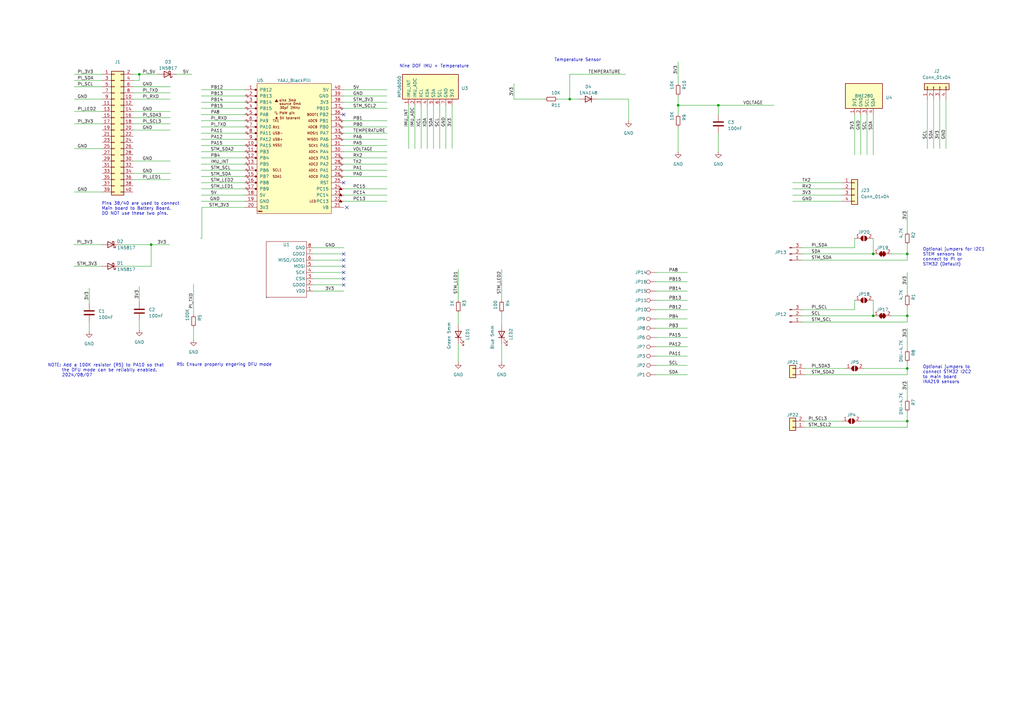
<source format=kicad_sch>
(kicad_sch (version 20230121) (generator eeschema)
  (paper "A3")
  (title_block (title "STEM Board") (date "2023-04-02") (rev "1.0") (company "NTUT"))
  (lib_symbols
    (symbol "AMSAT:CC1101"
      (property "Reference" "U" (at 1.27 1.27 0))
      (symbol "CC1101_1_1"
        (pin power_in line (at 2.54 -19.05 90) (length 2.54) (name "VDD") (number "1"))
        (pin output line (at 5.08 -19.05 90) (length 2.54) (name "GDO0") (number "2"))
        (pin input line (at 7.62 -19.05 90) (length 2.54) (name "CSN") (number "3"))
        (pin input line (at 10.16 -19.05 90) (length 2.54) (name "SCK") (number "4"))
        (pin input line (at 12.7 -19.05 90) (length 2.54) (name "MOSI") (number "5"))
        (pin output line (at 15.24 -19.05 90) (length 2.54) (name "MISO/GDO1") (number "6"))
        (pin output line (at 17.78 -19.05 90) (length 2.54) (name "GDO2") (number "7"))
        (pin power_in line (at 20.32 -19.05 90) (length 2.54) (name "GND") (number "8"))
      )
    )
    (symbol "Connector:Conn_01x03_Pin" (pin_names (offset 1.016) hide)
      (property "Reference" "J" (at 0 5.08 0))
      (property "Value" "Conn_01x03_Pin" (at 0 -5.08 0))
      (symbol "Conn_01x03_Pin_1_1"
        (pin passive line (at 5.08 2.54 180) (length 3.81) (name "Pin_1") (number "1"))
        (pin passive line (at 5.08 0 180) (length 3.81) (name "Pin_2") (number "2"))
        (pin passive line (at 5.08 -2.54 180) (length 3.81) (name "Pin_3") (number "3"))
      )
    )
    (symbol "Connector:TestPoint" (pin_numbers hide) (pin_names (offset 0.762) hide)
      (property "Reference" "TP" (at 0 6.858 0))
      (property "Value" "TestPoint" (at 0 5.08 0))
      (symbol "TestPoint_1_1"
        (pin passive line (at 0 0 90) (length 2.54) (name "1") (number "1"))
      )
    )
    (symbol "Connector_Generic:Conn_01x02" (pin_names (offset 1.016) hide)
      (property "Reference" "J" (at 0 2.54 0))
      (property "Value" "Conn_01x02" (at 0 -5.08 0))
      (symbol "Conn_01x02_1_1"
        (pin passive line (at -5.08 0 0) (length 3.81) (name "Pin_1") (number "1"))
        (pin passive line (at -5.08 -2.54 0) (length 3.81) (name "Pin_2") (number "2"))
      )
    )
    (symbol "Connector_Generic:Conn_01x04" (pin_names (offset 1.016) hide)
      (property "Reference" "J" (at 0 5.08 0))
      (property "Value" "Conn_01x04" (at 0 -7.62 0))
      (symbol "Conn_01x04_1_1"
        (pin passive line (at -5.08 2.54 0) (length 3.81) (name "Pin_1") (number "1"))
        (pin passive line (at -5.08 0 0) (length 3.81) (name "Pin_2") (number "2"))
        (pin passive line (at -5.08 -2.54 0) (length 3.81) (name "Pin_3") (number "3"))
        (pin passive line (at -5.08 -5.08 0) (length 3.81) (name "Pin_4") (number "4"))
      )
    )
    (symbol "Connector_Generic:Conn_02x20_Odd_Even" (pin_names (offset 1.016) hide)
      (property "Reference" "J" (at 1.27 25.4 0))
      (property "Value" "Conn_02x20_Odd_Even" (at 1.27 -27.94 0))
      (symbol "Conn_02x20_Odd_Even_1_1"
        (pin passive line (at -5.08 22.86 0) (length 3.81) (name "Pin_1") (number "1"))
        (pin passive line (at 7.62 12.7 180) (length 3.81) (name "Pin_10") (number "10"))
        (pin passive line (at -5.08 10.16 0) (length 3.81) (name "Pin_11") (number "11"))
        (pin passive line (at 7.62 10.16 180) (length 3.81) (name "Pin_12") (number "12"))
        (pin passive line (at -5.08 7.62 0) (length 3.81) (name "Pin_13") (number "13"))
        (pin passive line (at 7.62 7.62 180) (length 3.81) (name "Pin_14") (number "14"))
        (pin passive line (at -5.08 5.08 0) (length 3.81) (name "Pin_15") (number "15"))
        (pin passive line (at 7.62 5.08 180) (length 3.81) (name "Pin_16") (number "16"))
        (pin passive line (at -5.08 2.54 0) (length 3.81) (name "Pin_17") (number "17"))
        (pin passive line (at 7.62 2.54 180) (length 3.81) (name "Pin_18") (number "18"))
        (pin passive line (at -5.08 0 0) (length 3.81) (name "Pin_19") (number "19"))
        (pin passive line (at 7.62 22.86 180) (length 3.81) (name "Pin_2") (number "2"))
        (pin passive line (at 7.62 0 180) (length 3.81) (name "Pin_20") (number "20"))
        (pin passive line (at -5.08 -2.54 0) (length 3.81) (name "Pin_21") (number "21"))
        (pin passive line (at 7.62 -2.54 180) (length 3.81) (name "Pin_22") (number "22"))
        (pin passive line (at -5.08 -5.08 0) (length 3.81) (name "Pin_23") (number "23"))
        (pin passive line (at 7.62 -5.08 180) (length 3.81) (name "Pin_24") (number "24"))
        (pin passive line (at -5.08 -7.62 0) (length 3.81) (name "Pin_25") (number "25"))
        (pin passive line (at 7.62 -7.62 180) (length 3.81) (name "Pin_26") (number "26"))
        (pin passive line (at -5.08 -10.16 0) (length 3.81) (name "Pin_27") (number "27"))
        (pin passive line (at 7.62 -10.16 180) (length 3.81) (name "Pin_28") (number "28"))
        (pin passive line (at -5.08 -12.7 0) (length 3.81) (name "Pin_29") (number "29"))
        (pin passive line (at -5.08 20.32 0) (length 3.81) (name "Pin_3") (number "3"))
        (pin passive line (at 7.62 -12.7 180) (length 3.81) (name "Pin_30") (number "30"))
        (pin passive line (at -5.08 -15.24 0) (length 3.81) (name "Pin_31") (number "31"))
        (pin passive line (at 7.62 -15.24 180) (length 3.81) (name "Pin_32") (number "32"))
        (pin passive line (at -5.08 -17.78 0) (length 3.81) (name "Pin_33") (number "33"))
        (pin passive line (at 7.62 -17.78 180) (length 3.81) (name "Pin_34") (number "34"))
        (pin passive line (at -5.08 -20.32 0) (length 3.81) (name "Pin_35") (number "35"))
        (pin passive line (at 7.62 -20.32 180) (length 3.81) (name "Pin_36") (number "36"))
        (pin passive line (at -5.08 -22.86 0) (length 3.81) (name "Pin_37") (number "37"))
        (pin passive line (at 7.62 -22.86 180) (length 3.81) (name "Pin_38") (number "38"))
        (pin passive line (at -5.08 -25.4 0) (length 3.81) (name "Pin_39") (number "39"))
        (pin passive line (at 7.62 20.32 180) (length 3.81) (name "Pin_4") (number "4"))
        (pin passive line (at 7.62 -25.4 180) (length 3.81) (name "Pin_40") (number "40"))
        (pin passive line (at -5.08 17.78 0) (length 3.81) (name "Pin_5") (number "5"))
        (pin passive line (at 7.62 17.78 180) (length 3.81) (name "Pin_6") (number "6"))
        (pin passive line (at -5.08 15.24 0) (length 3.81) (name "Pin_7") (number "7"))
        (pin passive line (at 7.62 15.24 180) (length 3.81) (name "Pin_8") (number "8"))
        (pin passive line (at -5.08 12.7 0) (length 3.81) (name "Pin_9") (number "9"))
      )
    )
    (symbol "CubeSatSim_Library:BME280_Module"
      (property "Reference" "U" (at 0 6.35 0))
      (symbol "BME280_Module_1_1"
        (pin power_out line (at -3.81 -7.62 90) (length 2.54) (name "3V3") (number "1"))
        (pin power_in line (at -1.27 -7.62 90) (length 2.54) (name "GND") (number "2"))
        (pin bidirectional line (at 1.27 -7.62 90) (length 2.54) (name "SCL") (number "3"))
        (pin bidirectional line (at 3.81 -7.62 90) (length 2.54) (name "SDA") (number "4"))
      )
    )
    (symbol "CubeSatSim_Library:MPU6050_IMU"
      (property "Reference" "U?" (at -7.62 6.35 0))
      (symbol "MPU6050_IMU_1_1"
        (pin bidirectional line (at -8.89 -7.62 90) (length 2.54) (name "IMU_INT") (number "1"))
        (pin bidirectional line (at -6.35 -7.62 90) (length 2.54) (name "IMU_ADC") (number "2"))
        (pin bidirectional line (at -3.81 -7.62 90) (length 2.54) (name "XCL") (number "3"))
        (pin bidirectional line (at -1.27 -7.62 90) (length 2.54) (name "XDA") (number "4"))
        (pin bidirectional line (at 1.27 -7.62 90) (length 2.54) (name "SDA") (number "5"))
        (pin bidirectional line (at 3.81 -7.62 90) (length 2.54) (name "SCL") (number "6"))
        (pin power_in line (at 6.35 -7.62 90) (length 2.54) (name "GND") (number "7"))
        (pin power_out line (at 8.89 -7.62 90) (length 2.54) (name "3V3") (number "8"))
      )
    )
    (symbol "Device:C" (pin_numbers hide) (pin_names (offset 0.254))
      (property "Reference" "C" (at 0.635 2.54 0))
      (property "Value" "C" (at 0.635 -2.54 0))
      (symbol "C_1_1"
        (pin passive line (at 0 3.81 270) (length 2.794) (name "~") (number "1"))
        (pin passive line (at 0 -3.81 90) (length 2.794) (name "~") (number "2"))
      )
    )
    (symbol "Device:LED" (pin_numbers hide) (pin_names (offset 1.016) hide)
      (property "Reference" "D" (at 0 2.54 0))
      (property "Value" "LED" (at 0 -2.54 0))
      (symbol "LED_1_1"
        (pin passive line (at -3.81 0 0) (length 2.54) (name "K") (number "1"))
        (pin passive line (at 3.81 0 180) (length 2.54) (name "A") (number "2"))
      )
    )
    (symbol "Device:R_Small" (pin_numbers hide) (pin_names (offset 0.254) hide)
      (property "Reference" "R" (at 0.762 0.508 0))
      (property "Value" "R_Small" (at 0.762 -1.016 0))
      (symbol "R_Small_1_1"
        (pin passive line (at 0 2.54 270) (length 0.762) (name "~") (number "1"))
        (pin passive line (at 0 -2.54 90) (length 0.762) (name "~") (number "2"))
      )
    )
    (symbol "Diode:1N4148" (pin_numbers hide) (pin_names hide)
      (property "Reference" "D" (at 0 2.54 0))
      (property "Value" "1N4148" (at 0 -2.54 0))
      (symbol "1N4148_1_1"
        (pin passive line (at -3.81 0 0) (length 2.54) (name "K") (number "1"))
        (pin passive line (at 3.81 0 180) (length 2.54) (name "A") (number "2"))
      )
    )
    (symbol "Diode:1N5817" (pin_numbers hide) (pin_names (offset 1.016) hide)
      (property "Reference" "D" (at 0 2.54 0))
      (property "Value" "1N5817" (at 0 -2.54 0))
      (symbol "1N5817_1_1"
        (pin passive line (at -3.81 0 0) (length 2.54) (name "K") (number "1"))
        (pin passive line (at 3.81 0 180) (length 2.54) (name "A") (number "2"))
      )
    )
    (symbol "Jumper:SolderJumper_2_Bridged" (pin_names (offset 0) hide)
      (property "Reference" "JP" (at 0 2.032 0))
      (property "Value" "SolderJumper_2_Bridged" (at 0 -2.54 0))
      (symbol "SolderJumper_2_Bridged_1_1"
        (pin passive line (at -3.81 0 0) (length 2.54) (name "A") (number "1"))
        (pin passive line (at 3.81 0 180) (length 2.54) (name "B") (number "2"))
      )
    )
    (symbol "Jumper:SolderJumper_2_Open" (pin_names (offset 0) hide)
      (property "Reference" "JP" (at 0 2.032 0))
      (property "Value" "SolderJumper_2_Open" (at 0 -2.54 0))
      (symbol "SolderJumper_2_Open_1_1"
        (pin passive line (at -3.81 0 0) (length 2.54) (name "A") (number "1"))
        (pin passive line (at 3.81 0 180) (length 2.54) (name "B") (number "2"))
      )
    )
    (symbol "YAAJ_BlackPill:YAAJ_BlackPill" (pin_names (offset 1.016))
      (property "Reference" "U" (at -12.7 22.86 0))
      (property "Value" "YAAJ_BlackPill" (at 0 -5.08 90))
      (symbol "YAAJ_BlackPill_0_0"
        (text "30pF 2MHz" (at -1.778 10.414 0) (effects (font (size 0.9906 0.9906))))
        (text "5V tolerant" (at -1.778 6.223 0) (effects (font (size 0.9906 0.9906))))
        (text "ADC0" (at 7.874 -17.78 0) (effects (font (size 0.9906 0.9906))))
        (text "ADC1" (at 7.874 -15.24 0) (effects (font (size 0.9906 0.9906))))
        (text "ADC2" (at 7.874 -12.7 0) (effects (font (size 0.9906 0.9906))))
        (text "ADC3" (at 7.874 -10.287 0) (effects (font (size 0.9906 0.9906))))
        (text "ADC4" (at 7.874 -7.62 0) (effects (font (size 0.9906 0.9906))))
        (text "ADC8" (at 7.62 2.54 0) (effects (font (size 0.9906 0.9906))))
        (text "ADC9" (at 7.62 5.08 0) (effects (font (size 0.9906 0.9906))))
        (text "LED" (at 7.62 -27.94 0) (effects (font (size 0.9906 0.9906))))
        (text "MISO1" (at 7.62 -2.54 0) (effects (font (size 0.9906 0.9906))))
        (text "MOSI1" (at 7.62 0 0) (effects (font (size 0.9906 0.9906))))
        (text "NSS1" (at -6.858 -4.953 0) (effects (font (size 0.9906 0.9906))))
        (text "PWM pin" (at -2.921 8.255 0) (effects (font (size 0.9906 0.9906))))
        (text "RX1" (at -7.366 2.413 0) (effects (font (size 0.9906 0.9906))))
        (text "SCK1" (at 7.874 -5.08 0) (effects (font (size 0.9906 0.9906))))
        (text "SCL1" (at -6.985 -15.113 0) (effects (font (size 0.9906 0.9906))))
        (text "SDA1" (at -6.985 -17.78 0) (effects (font (size 0.9906 0.9906))))
        (text "sink 3mA" (at -2.667 13.462 0) (effects (font (size 0.9906 0.9906))))
        (text "source 0mA" (at -1.651 12.065 0) (effects (font (size 0.9906 0.9906))))
        (text "TX1" (at -7.493 5.08 0) (effects (font (size 0.9906 0.9906))))
        (text "USB+" (at -6.731 -2.54 0) (effects (font (size 0.9906 0.9906))))
        (text "USB-" (at -6.731 0 0) (effects (font (size 0.9906 0.9906))))
      )
      (symbol "YAAJ_BlackPill_1_0"
        (text "BOOT1" (at 7.62 7.62 0) (effects (font (size 0.9906 0.9906))))
        (text "Y@@J" (at -13.97 -31.75 0) (effects (font (size 0.508 0.508)) (justify top)))
      )
      (symbol "YAAJ_BlackPill_1_1"
        (pin bidirectional line (at -20.32 17.78 0) (length 5.08) (name "PB12") (number "1"))
        (pin bidirectional line (at -20.32 -5.08 0) (length 5.08) (name "PA15") (number "10"))
        (pin bidirectional line (at -20.32 -7.62 0) (length 5.08) (name "PB3") (number "11"))
        (pin bidirectional line (at -20.32 -10.16 0) (length 5.08) (name "PB4") (number "12"))
        (pin bidirectional line (at -20.32 -12.7 0) (length 5.08) (name "PB5") (number "13"))
        (pin bidirectional line (at -20.32 -15.24 0) (length 5.08) (name "PB6") (number "14"))
        (pin bidirectional line (at -20.32 -17.78 0) (length 5.08) (name "PB7") (number "15"))
        (pin bidirectional line (at -20.32 -20.32 0) (length 5.08) (name "PB8") (number "16"))
        (pin bidirectional line (at -20.32 -22.86 0) (length 5.08) (name "PB9") (number "17"))
        (pin power_in line (at -20.32 -25.4 0) (length 5.08) (name "5V") (number "18"))
        (pin power_in line (at -20.32 -27.94 0) (length 5.08) (name "GND") (number "19"))
        (pin bidirectional line (at -20.32 15.24 0) (length 5.08) (name "PB13") (number "2"))
        (pin power_in line (at -20.32 -30.48 0) (length 5.08) (name "3V3") (number "20"))
        (pin power_in line (at 20.32 -30.48 180) (length 5.08) (name "VB") (number "21"))
        (pin bidirectional line (at 20.32 -27.94 180) (length 5.08) (name "PC13") (number "22"))
        (pin bidirectional line (at 20.32 -25.4 180) (length 5.08) (name "PC14") (number "23"))
        (pin bidirectional line (at 20.32 -22.86 180) (length 5.08) (name "PC15") (number "24"))
        (pin input line (at 20.32 -20.32 180) (length 5.08) (name "RST") (number "25"))
        (pin bidirectional line (at 20.32 -17.78 180) (length 5.08) (name "PA0") (number "26"))
        (pin bidirectional line (at 20.32 -15.24 180) (length 5.08) (name "PA1") (number "27"))
        (pin bidirectional line (at 20.32 -12.7 180) (length 5.08) (name "PA2") (number "28"))
        (pin bidirectional line (at 20.32 -10.16 180) (length 5.08) (name "PA3") (number "29"))
        (pin bidirectional line (at -20.32 12.7 0) (length 5.08) (name "PB14") (number "3"))
        (pin bidirectional line (at 20.32 -7.62 180) (length 5.08) (name "PA4") (number "30"))
        (pin bidirectional line (at 20.32 -5.08 180) (length 5.08) (name "PA5") (number "31"))
        (pin bidirectional line (at 20.32 -2.54 180) (length 5.08) (name "PA6") (number "32"))
        (pin bidirectional line (at 20.32 0 180) (length 5.08) (name "PA7") (number "33"))
        (pin bidirectional line (at 20.32 2.54 180) (length 5.08) (name "PB0") (number "34"))
        (pin bidirectional line (at 20.32 5.08 180) (length 5.08) (name "PB1") (number "35"))
        (pin bidirectional line (at 20.32 7.62 180) (length 5.08) (name "PB2") (number "36"))
        (pin bidirectional line (at 20.32 10.16 180) (length 5.08) (name "PB10") (number "37"))
        (pin power_in line (at 20.32 12.7 180) (length 5.08) (name "3V3") (number "38"))
        (pin power_in line (at 20.32 15.24 180) (length 5.08) (name "GND") (number "39"))
        (pin bidirectional line (at -20.32 10.16 0) (length 5.08) (name "PB15") (number "4"))
        (pin power_in line (at 20.32 17.78 180) (length 5.08) (name "5V") (number "40"))
        (pin bidirectional line (at -20.32 7.62 0) (length 5.08) (name "PA8") (number "5"))
        (pin bidirectional line (at -20.32 5.08 0) (length 5.08) (name "PA9") (number "6"))
        (pin bidirectional line (at -20.32 2.54 0) (length 5.08) (name "PA10") (number "7"))
        (pin bidirectional line (at -20.32 0 0) (length 5.08) (name "PA11") (number "8"))
        (pin bidirectional line (at -20.32 -2.54 0) (length 5.08) (name "PA12") (number "9"))
      )
    )
    (symbol "power:GND" (power) (pin_names (offset 0))
      (property "Value" "GND" (at 0 -3.81 0))
      (symbol "GND_1_1"
        (pin power_in line (at 0 0 270) (length 0) hide (name "GND") (number "1"))
      )
    )
  )
  (junction (at 372.11 129.54))
  (junction (at 294.64 43.18))
  (junction (at 358.14 104.14))
  (junction (at 372.11 172.72))
  (junction (at 372.11 151.13))
  (junction (at 278.13 43.18))
  (junction (at 372.11 104.14))
  (junction (at 57.15 30.48))
  (junction (at 233.68 40.64))
  (junction (at 358.14 129.54))
  (junction (at 61.976 100.33))
  (no_connect (at 140.97 116.84))
  (no_connect (at 140.97 109.22))
  (no_connect (at 140.97 111.76))
  (no_connect (at 140.97 106.68))
  (no_connect (at 142.24 85.09))
  (no_connect (at 140.97 74.93))
  (no_connect (at 140.97 104.14))
  (no_connect (at 140.97 46.99))
  (no_connect (at 140.97 114.3))
  (wire (pts (xy 269.24 149.86) (xy 281.94 149.86)))
  (wire (pts (xy 372.11 125.73) (xy 372.11 129.54)))
  (wire (pts (xy 54.61 53.34) (xy 69.85 53.34)))
  (wire (pts (xy 372.11 100.33) (xy 372.11 104.14)))
  (wire (pts (xy 372.11 132.08) (xy 372.11 129.54)))
  (wire (pts (xy 54.61 38.1) (xy 69.85 38.1)))
  (wire (pts (xy 233.68 40.64) (xy 233.68 30.48)))
  (wire (pts (xy 358.14 46.99) (xy 358.14 63.5)))
  (wire (pts (xy 128.27 104.14) (xy 140.97 104.14)))
  (wire (pts (xy 269.24 134.62) (xy 281.94 134.62)))
  (wire (pts (xy 54.61 73.66) (xy 69.85 73.66)))
  (wire (pts (xy 269.24 119.38) (xy 281.94 119.38)))
  (wire (pts (xy 30.48 50.8) (xy 41.91 50.8)))
  (wire (pts (xy 54.61 33.02) (xy 57.15 33.02)))
  (wire (pts (xy 205.74 140.97) (xy 205.74 148.59)))
  (wire (pts (xy 140.97 72.39) (xy 158.75 72.39)))
  (wire (pts (xy 82.804 97.79) (xy 82.804 85.09)))
  (wire (pts (xy 294.64 54.61) (xy 294.64 62.23)))
  (wire (pts (xy 36.576 132.08) (xy 36.576 135.89)))
  (wire (pts (xy 330.2 151.13) (xy 346.71 151.13)))
  (wire (pts (xy 82.55 52.07) (xy 100.33 52.07)))
  (wire (pts (xy 82.296 97.79) (xy 82.804 97.79)))
  (wire (pts (xy 140.97 69.85) (xy 158.75 69.85)))
  (wire (pts (xy 245.11 40.64) (xy 257.81 40.64)))
  (wire (pts (xy 233.68 40.64) (xy 237.49 40.64)))
  (wire (pts (xy 128.27 101.6) (xy 140.97 101.6)))
  (wire (pts (xy 325.12 80.01) (xy 345.44 80.01)))
  (wire (pts (xy 223.52 40.64) (xy 210.82 40.64)))
  (wire (pts (xy 328.93 101.6) (xy 350.52 101.6)))
  (wire (pts (xy 354.33 151.13) (xy 372.11 151.13)))
  (wire (pts (xy 269.24 115.57) (xy 281.94 115.57)))
  (wire (pts (xy 372.11 86.36) (xy 372.11 95.25)))
  (wire (pts (xy 358.14 123.19) (xy 358.14 129.54)))
  (wire (pts (xy 382.905 60.96) (xy 382.905 40.64)))
  (wire (pts (xy 82.55 36.83) (xy 100.33 36.83)))
  (wire (pts (xy 269.24 146.05) (xy 281.94 146.05)))
  (wire (pts (xy 140.97 80.01) (xy 158.75 80.01)))
  (wire (pts (xy 269.24 142.24) (xy 281.94 142.24)))
  (wire (pts (xy 175.26 43.18) (xy 175.26 60.96)))
  (wire (pts (xy 140.97 54.61) (xy 158.75 54.61)))
  (wire (pts (xy 140.97 77.47) (xy 158.75 77.47)))
  (wire (pts (xy 82.55 72.39) (xy 100.33 72.39)))
  (wire (pts (xy 278.13 52.07) (xy 278.13 62.23)))
  (wire (pts (xy 54.61 71.12) (xy 69.85 71.12)))
  (wire (pts (xy 79.375 134.239) (xy 79.375 139.319)))
  (wire (pts (xy 328.93 127) (xy 350.52 127)))
  (wire (pts (xy 269.24 127) (xy 281.94 127)))
  (wire (pts (xy 54.61 48.26) (xy 69.85 48.26)))
  (wire (pts (xy 177.8 43.18) (xy 177.8 60.96)))
  (wire (pts (xy 140.97 67.31) (xy 158.75 67.31)))
  (wire (pts (xy 140.97 39.37) (xy 158.75 39.37)))
  (wire (pts (xy 128.27 116.84) (xy 140.97 116.84)))
  (wire (pts (xy 182.88 43.18) (xy 182.88 60.96)))
  (wire (pts (xy 353.06 172.72) (xy 372.11 172.72)))
  (wire (pts (xy 82.55 39.37) (xy 100.33 39.37)))
  (wire (pts (xy 294.64 46.99) (xy 294.64 43.18)))
  (wire (pts (xy 140.97 64.77) (xy 158.75 64.77)))
  (wire (pts (xy 380.365 60.96) (xy 380.365 40.64)))
  (wire (pts (xy 128.27 119.38) (xy 140.97 119.38)))
  (wire (pts (xy 365.76 104.14) (xy 372.11 104.14)))
  (wire (pts (xy 30.48 33.02) (xy 41.91 33.02)))
  (wire (pts (xy 82.55 46.99) (xy 100.33 46.99)))
  (wire (pts (xy 372.11 148.59) (xy 372.11 151.13)))
  (wire (pts (xy 372.11 175.26) (xy 372.11 172.72)))
  (wire (pts (xy 128.27 106.68) (xy 140.97 106.68)))
  (wire (pts (xy 82.55 80.01) (xy 100.33 80.01)))
  (wire (pts (xy 82.55 54.61) (xy 100.33 54.61)))
  (wire (pts (xy 82.55 77.47) (xy 100.33 77.47)))
  (wire (pts (xy 79.375 116.459) (xy 79.375 129.159)))
  (wire (pts (xy 140.97 52.07) (xy 158.75 52.07)))
  (wire (pts (xy 372.11 172.72) (xy 372.11 168.91)))
  (wire (pts (xy 353.06 46.99) (xy 353.06 63.5)))
  (wire (pts (xy 49.276 109.22) (xy 61.976 109.22)))
  (wire (pts (xy 82.55 67.31) (xy 100.33 67.31)))
  (wire (pts (xy 30.48 35.56) (xy 41.91 35.56)))
  (wire (pts (xy 140.97 44.45) (xy 158.75 44.45)))
  (wire (pts (xy 372.11 153.67) (xy 372.11 151.13)))
  (wire (pts (xy 330.2 153.67) (xy 372.11 153.67)))
  (wire (pts (xy 61.976 100.33) (xy 69.596 100.33)))
  (wire (pts (xy 294.64 43.18) (xy 317.5 43.18)))
  (wire (pts (xy 325.12 74.93) (xy 345.44 74.93)))
  (wire (pts (xy 140.97 36.83) (xy 158.75 36.83)))
  (wire (pts (xy 330.2 175.26) (xy 372.11 175.26)))
  (wire (pts (xy 30.48 30.48) (xy 41.91 30.48)))
  (wire (pts (xy 82.55 69.85) (xy 100.33 69.85)))
  (wire (pts (xy 140.97 41.91) (xy 158.75 41.91)))
  (wire (pts (xy 54.61 40.64) (xy 69.85 40.64)))
  (wire (pts (xy 30.226 109.22) (xy 41.656 109.22)))
  (wire (pts (xy 385.445 60.96) (xy 385.445 40.64)))
  (wire (pts (xy 328.93 132.08) (xy 372.11 132.08)))
  (wire (pts (xy 350.52 97.79) (xy 350.52 101.6)))
  (wire (pts (xy 269.24 130.81) (xy 281.94 130.81)))
  (wire (pts (xy 187.96 128.27) (xy 187.96 133.35)))
  (wire (pts (xy 36.576 118.11) (xy 36.576 124.46)))
  (wire (pts (xy 350.52 46.99) (xy 350.52 63.5)))
  (wire (pts (xy 205.74 128.27) (xy 205.74 133.35)))
  (wire (pts (xy 54.61 50.8) (xy 69.85 50.8)))
  (wire (pts (xy 372.11 106.68) (xy 372.11 104.14)))
  (wire (pts (xy 328.93 106.68) (xy 372.11 106.68)))
  (wire (pts (xy 82.55 49.53) (xy 100.33 49.53)))
  (wire (pts (xy 372.11 111.76) (xy 372.11 120.65)))
  (wire (pts (xy 82.55 57.15) (xy 100.33 57.15)))
  (wire (pts (xy 128.27 111.76) (xy 140.97 111.76)))
  (wire (pts (xy 187.96 110.49) (xy 187.96 123.19)))
  (wire (pts (xy 372.11 156.21) (xy 372.11 163.83)))
  (wire (pts (xy 278.13 43.18) (xy 278.13 46.99)))
  (wire (pts (xy 228.6 40.64) (xy 233.68 40.64)))
  (wire (pts (xy 82.55 62.23) (xy 100.33 62.23)))
  (wire (pts (xy 30.48 60.96) (xy 41.91 60.96)))
  (wire (pts (xy 355.6 46.99) (xy 355.6 63.5)))
  (wire (pts (xy 187.96 140.97) (xy 187.96 148.59)))
  (wire (pts (xy 325.12 77.47) (xy 345.44 77.47)))
  (wire (pts (xy 180.34 43.18) (xy 180.34 60.96)))
  (wire (pts (xy 269.24 123.19) (xy 281.94 123.19)))
  (wire (pts (xy 54.61 35.56) (xy 69.85 35.56)))
  (wire (pts (xy 30.48 45.72) (xy 41.91 45.72)))
  (wire (pts (xy 294.64 43.18) (xy 278.13 43.18)))
  (wire (pts (xy 278.13 39.37) (xy 278.13 43.18)))
  (wire (pts (xy 57.15 30.48) (xy 57.15 33.02)))
  (wire (pts (xy 210.82 34.29) (xy 210.82 40.64)))
  (wire (pts (xy 140.97 62.23) (xy 158.75 62.23)))
  (wire (pts (xy 61.976 109.22) (xy 61.976 100.33)))
  (wire (pts (xy 54.61 66.04) (xy 69.85 66.04)))
  (wire (pts (xy 205.74 110.49) (xy 205.74 123.19)))
  (wire (pts (xy 278.13 25.4) (xy 278.13 34.29)))
  (wire (pts (xy 82.55 41.91) (xy 100.33 41.91)))
  (wire (pts (xy 49.276 100.33) (xy 61.976 100.33)))
  (wire (pts (xy 328.93 104.14) (xy 358.14 104.14)))
  (wire (pts (xy 269.24 111.76) (xy 281.94 111.76)))
  (wire (pts (xy 172.72 43.18) (xy 172.72 60.96)))
  (wire (pts (xy 57.15 131.445) (xy 57.15 135.255)))
  (wire (pts (xy 140.97 57.15) (xy 158.75 57.15)))
  (wire (pts (xy 54.61 30.48) (xy 57.15 30.48)))
  (wire (pts (xy 30.48 40.64) (xy 41.91 40.64)))
  (wire (pts (xy 269.24 153.67) (xy 281.94 153.67)))
  (wire (pts (xy 330.2 172.72) (xy 345.44 172.72)))
  (wire (pts (xy 365.76 129.54) (xy 372.11 129.54)))
  (wire (pts (xy 185.42 43.18) (xy 185.42 60.96)))
  (wire (pts (xy 82.55 59.69) (xy 100.33 59.69)))
  (wire (pts (xy 82.55 82.55) (xy 100.33 82.55)))
  (wire (pts (xy 128.27 109.22) (xy 140.97 109.22)))
  (wire (pts (xy 358.14 97.79) (xy 358.14 104.14)))
  (wire (pts (xy 140.97 82.55) (xy 158.75 82.55)))
  (wire (pts (xy 57.15 30.48) (xy 64.77 30.48)))
  (wire (pts (xy 350.52 123.19) (xy 350.52 127)))
  (wire (pts (xy 82.55 44.45) (xy 100.33 44.45)))
  (wire (pts (xy 57.15 117.475) (xy 57.15 123.825)))
  (wire (pts (xy 140.97 59.69) (xy 158.75 59.69)))
  (wire (pts (xy 328.93 129.54) (xy 358.14 129.54)))
  (wire (pts (xy 72.39 30.48) (xy 78.74 30.48)))
  (wire (pts (xy 170.18 43.18) (xy 170.18 60.96)))
  (wire (pts (xy 30.226 100.33) (xy 41.656 100.33)))
  (wire (pts (xy 82.804 85.09) (xy 100.33 85.09)))
  (wire (pts (xy 140.97 49.53) (xy 158.75 49.53)))
  (wire (pts (xy 82.55 74.93) (xy 100.33 74.93)))
  (wire (pts (xy 387.985 60.96) (xy 387.985 40.64)))
  (wire (pts (xy 54.61 45.72) (xy 69.85 45.72)))
  (wire (pts (xy 325.12 82.55) (xy 345.44 82.55)))
  (wire (pts (xy 233.68 30.48) (xy 256.54 30.48)))
  (wire (pts (xy 128.27 114.3) (xy 140.97 114.3)))
  (wire (pts (xy 269.24 138.43) (xy 281.94 138.43)))
  (wire (pts (xy 167.64 43.18) (xy 167.64 60.96)))
  (wire (pts (xy 257.81 40.64) (xy 257.81 49.53)))
  (wire (pts (xy 82.55 64.77) (xy 100.33 64.77)))
  (wire (pts (xy 372.11 134.62) (xy 372.11 143.51)))
  (wire (pts (xy 30.48 78.74) (xy 41.91 78.74)))
  (text "Temperature Sensor" (at 227.33 25.4 0) (effects (font (size 1.27 1.27)) (justify left bottom)))
  (text "Pins 38/40 are used to connect\nMain board to Battery Board.\nDO NOT use these two pins.\n" (at 41.656 88.392 0) (effects (font (size 1.27 1.27)) (justify left bottom)))
  (text "Optional jumpers to\nconnect STM32 I2C2\nto main board \nINA219 sensors" (at 378.46 157.48 0) (effects (font (size 1.27 1.27)) (justify left bottom)))
  (text "Optional jumpers for I2C1\nSTEM sensors to\nconnect to Pi or\nSTM32 (Default)" (at 378.46 109.22 0) (effects (font (size 1.27 1.27)) (justify left bottom)))
  (text "R5: Ensure properly engering DFU mode" (at 111.506 150.368 0) (effects (font (size 1.27 1.27)) (justify right bottom)))
  (text "NOTE: Add a 100K resistor (R5) to PA10 so that \n      the DFU mode can be reliabily enabled.\n      2024/08/07" (at 19.558 154.686 0) (effects (font (size 1.27 1.27)) (justify left bottom)))
  (text "Nine DOF IMU + Temperature" (at 163.83 27.94 0) (effects (font (size 1.27 1.27)) (justify left bottom)))
  (label "PA11" (at 274.32 146.05 0))
  (label "PB4" (at 86.36 64.77 0))
  (label "PB12" (at 86.36 36.83 0))
  (label "TEMPERATURE" (at 144.78 54.61 0))
  (label "STM_LED2" (at 205.74 120.65 90))
  (label "PA0" (at 144.78 72.39 0))
  (label "GND" (at 387.985 57.15 90))
  (label "5V" (at 147.32 36.83 180))
  (label "STM_SCL" (at 86.36 69.85 0))
  (label "5V" (at 88.9 80.01 180))
  (label "PI_3V3" (at 31.496 100.33 0))
  (label "PI_5V" (at 58.42 30.48 0))
  (label "PB15" (at 86.36 44.45 0))
  (label "SDA" (at 177.8 52.07 90))
  (label "GND" (at 328.93 82.55 0))
  (label "PI_3V3" (at 31.75 50.8 0))
  (label "PA1" (at 144.78 69.85 0))
  (label "3V3" (at 278.13 30.48 90))
  (label "TEMPERATURE" (at 241.3 30.48 0))
  (label "STM_SCL2" (at 144.78 44.45 0))
  (label "PB13" (at 86.36 39.37 0))
  (label "SCL" (at 274.32 149.86 0))
  (label "GND" (at 182.88 52.07 90))
  (label "SCL" (at 355.6 53.34 90))
  (label "PA12" (at 86.36 57.15 0))
  (label "PI_TXD" (at 86.36 52.07 0))
  (label "GND" (at 58.42 53.34 0))
  (label "STM_LED1" (at 86.36 77.47 0))
  (label "PA6" (at 144.78 57.15 0))
  (label "STM_SCL" (at 332.74 132.08 0))
  (label "PI_SDA3" (at 332.74 151.13 0))
  (label "PI_RXD" (at 58.42 40.64 0))
  (label "SDA" (at 274.32 153.67 0))
  (label "3V3" (at 57.15 122.555 90))
  (label "STM_SDA" (at 332.74 106.68 0))
  (label "3V3" (at 372.11 160.02 90))
  (label "3V3" (at 385.445 57.15 90))
  (label "IMU_INT" (at 167.64 52.07 90))
  (label "3V3" (at 372.11 138.43 90))
  (label "3V3" (at 372.11 90.17 90))
  (label "PA8" (at 274.32 111.76 0))
  (label "PI_SCL3" (at 331.47 172.72 0))
  (label "RX2" (at 144.78 64.77 0))
  (label "STM_3V3" (at 31.496 109.22 0))
  (label "PI_SCL" (at 332.74 127 0))
  (label "PC13" (at 144.78 82.55 0))
  (label "PA15" (at 274.32 138.43 0))
  (label "SCL" (at 180.34 52.07 90))
  (label "PB0" (at 144.78 52.07 0))
  (label "VOLTAGE" (at 144.78 62.23 0))
  (label "STM_SDA2" (at 86.36 62.23 0))
  (label "IMU_INT" (at 86.36 67.31 0))
  (label "GND" (at 353.06 53.34 90))
  (label "3V3" (at 36.576 123.19 90))
  (label "STM_3V3" (at 144.78 41.91 0))
  (label "XCL" (at 172.72 52.07 90))
  (label "3V3" (at 133.35 119.38 0))
  (label "STM_SDA2" (at 332.74 153.67 0))
  (label "PA8" (at 86.36 46.99 0))
  (label "GND" (at 133.35 101.6 0))
  (label "PB13" (at 274.32 123.19 0))
  (label "PI_SCL" (at 31.75 35.56 0))
  (label "PI_3V3" (at 31.75 30.48 0))
  (label "GND" (at 31.75 40.64 0))
  (label "PI_TXD" (at 79.375 126.619 90))
  (label "GND" (at 144.78 39.37 0))
  (label "TX2" (at 144.78 67.31 0))
  (label "PB1" (at 144.78 49.53 0))
  (label "PI_LED2" (at 31.75 45.72 0))
  (label "PA5" (at 144.78 59.69 0))
  (label "RX2" (at 328.93 77.47 0))
  (label "STM_LED1" (at 187.96 120.65 90))
  (label "VOLTAGE" (at 304.8 43.18 0))
  (label "SDA" (at 332.74 104.14 0))
  (label "PA15" (at 86.36 59.69 0))
  (label "XDA" (at 175.26 52.07 90))
  (label "PC15" (at 144.78 77.47 0))
  (label "PB15" (at 274.32 115.57 0))
  (label "STM_SCL2" (at 331.47 175.26 0))
  (label "3V3" (at 185.42 52.07 90))
  (label "PB14" (at 274.32 119.38 0))
  (label "3V3" (at 210.82 39.37 90))
  (label "GND" (at 58.42 71.12 0))
  (label "PI_SDA" (at 332.74 101.6 0))
  (label "STM_SDA" (at 86.36 72.39 0))
  (label "GND" (at 90.17 82.55 180))
  (label "SCL" (at 380.365 57.15 90))
  (label "SDA" (at 358.14 53.34 90))
  (label "PI_LED1" (at 58.42 73.66 0))
  (label "SCL" (at 332.74 129.54 0))
  (label "PI_SDA3" (at 58.42 48.26 0))
  (label "GND" (at 31.75 78.74 0))
  (label "3V3" (at 64.516 100.33 0))
  (label "PI_SCL3" (at 58.42 50.8 0))
  (label "5V" (at 74.93 30.48 0))
  (label "PC14" (at 144.78 80.01 0))
  (label "PB14" (at 86.36 41.91 0))
  (label "PA11" (at 86.36 54.61 0))
  (label "PB3" (at 274.32 134.62 0))
  (label "PI_TXD" (at 58.42 38.1 0))
  (label "3V3" (at 350.52 53.34 90))
  (label "GND" (at 58.42 66.04 0))
  (label "SDA" (at 382.905 57.15 90))
  (label "PB12" (at 274.32 127 0))
  (label "PA12" (at 274.32 142.24 0))
  (label "PB4" (at 274.32 130.81 0))
  (label "GND" (at 58.42 35.56 0))
  (label "STM_3V3" (at 93.98 85.09 180))
  (label "GND" (at 31.75 60.96 0))
  (label "PI_SDA" (at 31.75 33.02 0))
  (label "IMU_ADC" (at 170.18 52.07 90))
  (label "3V3" (at 372.11 116.84 90))
  (label "PI_RXD" (at 86.36 49.53 0))
  (label "STM_LED2" (at 86.36 74.93 0))
  (label "TX2" (at 328.93 74.93 0))
  (label "3V3" (at 328.93 80.01 0))
  (label "GND" (at 58.42 45.72 0))
  (symbol (lib_id "Connector_Generic:Conn_01x02") (at 325.12 175.26 180) (unit 1)
    (property "Reference" "JP22" (at 325.12 170.18 0))
    (property "Value" "Conn_01x02" (effects hide))
    (property "Footprint" "Connector_PinHeader_2.54mm:PinHeader_1x02_P2.54mm_Vertical" (effects hide))
  )
  (symbol (lib_id "Jumper:SolderJumper_2_Open") (at 350.52 151.13 0) (unit 1)
    (property "Reference" "JP5" (at 350.52 148.59 0))
    (property "Value" "SolderJumper_2_Open" (effects hide))
    (property "Footprint" "Jumper:SolderJumper-2_P1.3mm_Open_Pad1.0x1.5mm" (effects hide))
  )
  (symbol (lib_id "Diode:1N5817") (at 45.466 100.33 180) (unit 1)
    (property "Reference" "D2" (at 49.276 99.06 0))
    (property "Value" "1N5817" (at 51.816 101.6 0))
    (property "Footprint" "Library:1N5817_TH_100mil" (effects hide))
    (property "Datasheet" "http://www.vishay.com/docs/88525/1n5817.pdf" (effects hide))
  )
  (symbol (lib_id "Connector:Conn_01x03_Pin") (at 323.85 104.14 0) (mirror x) (unit 1)
    (property "Reference" "JP13" (at 322.58 103.505 0) (effects (justify right)))
    (property "Value" "Conn_01x03_Pin" (effects hide))
    (property "Footprint" "Connector_PinHeader_2.54mm:PinHeader_1x03_P2.54mm_Vertical" (effects hide))
  )
  (symbol (lib_id "Connector_Generic:Conn_01x04") (at 350.52 77.47 0) (unit 1)
    (property "Reference" "J23" (at 353.06 78.105 0) (effects (justify left)))
    (property "Value" "Conn_01x04" (at 353.06 80.645 0) (effects (justify left)))
    (property "Footprint" "Connector_PinHeader_2.54mm:PinHeader_1x04_P2.54mm_Vertical" (effects hide))
  )
  (symbol (lib_id "power:GND") (at 257.81 49.53 0) (unit 1)
    (property "Reference" "#PWR08" (effects hide))
    (property "Value" "GND" (at 257.81 54.61 0))
  )
  (symbol (lib_id "CubeSatSim_Library:BME280_Module") (at 354.33 39.37 0) (unit 1)
    (property "Reference" "U4" (at 363.22 40.005 0) (effects (justify left)))
    (property "Value" "BME280" (at 354.33 39.37 0))
    (property "Footprint" "Library:BME280_Module" (effects hide))
  )
  (symbol (lib_id "Jumper:SolderJumper_2_Bridged") (at 361.95 104.14 0) (unit 1)
    (property "Reference" "JP19" (at 361.95 101.6 0))
    (property "Value" "SolderJumper_2_Bridged" (effects hide))
    (property "Footprint" "Jumper:SolderJumper-2_P1.3mm_Bridged_Pad1.0x1.5mm" (effects hide))
  )
  (symbol (lib_id "Device:R_Small") (at 205.74 125.73 0) (unit 1)
    (property "Reference" "R4" (at 208.28 125.73 90) (effects (justify left)))
    (property "Value" "100" (at 203.2 127 90) (effects (justify left)))
    (property "Footprint" "Library:R_TH_V_2.54" (effects hide))
  )
  (symbol (lib_id "Connector:TestPoint") (at 269.24 149.86 90) (unit 1)
    (property "Reference" "JP2" (at 262.89 149.86 90))
    (property "Value" "TestPoint" (effects hide))
    (property "Footprint" "Library:Test_Point_Vertical_S" (effects hide))
  )
  (symbol (lib_id "Device:R_Small") (at 79.375 131.699 0) (unit 1)
    (property "Reference" "R5" (at 81.915 131.699 90) (effects (justify left)))
    (property "Value" "100K" (at 76.835 131.699 90) (effects (justify left)))
    (property "Footprint" "Library:R_TH_V_2.54" (effects hide))
  )
  (symbol (lib_id "Device:R_Small") (at 372.11 97.79 0) (unit 1)
    (property "Reference" "R2" (at 374.65 97.79 90) (effects (justify left)))
    (property "Value" "4.7K" (at 369.57 97.79 90) (effects (justify left)))
    (property "Footprint" "Library:R_TH_V_2.54" (effects hide))
  )
  (symbol (lib_id "Connector:TestPoint") (at 269.24 123.19 90) (unit 1)
    (property "Reference" "JP11" (at 262.89 123.19 90))
    (property "Value" "TestPoint" (effects hide))
    (property "Footprint" "Library:Test_Point_Vertical_S" (effects hide))
  )
  (symbol (lib_id "YAAJ_BlackPill:YAAJ_BlackPill") (at 120.65 54.61 0) (unit 1)
    (property "Reference" "U5" (at 106.68 33.02 0))
    (property "Value" "YAAJ_BlackPill" (at 120.65 33.02 0))
    (property "Footprint" "YAAJ_Black_Pill:YAAJ_BlackPill_2" (effects hide))
  )
  (symbol (lib_id "Device:C") (at 57.15 127.635 0) (unit 1)
    (property "Reference" "C2" (at 60.96 127 0) (effects (justify left)))
    (property "Value" "100nF" (at 60.96 129.54 0) (effects (justify left)))
    (property "Footprint" "Library:AMSAT_C_TH_5.08" (effects hide))
  )
  (symbol (lib_id "Connector:TestPoint") (at 269.24 130.81 90) (unit 1)
    (property "Reference" "JP9" (at 262.89 130.81 90))
    (property "Value" "TestPoint" (effects hide))
    (property "Footprint" "Library:Test_Point_Vertical_S" (effects hide))
  )
  (symbol (lib_id "Connector_Generic:Conn_02x20_Odd_Even") (at 46.99 53.34 0) (unit 1)
    (property "Reference" "J1" (at 48.26 25.4 0))
    (property "Value" "Conn_02x20_Odd_Even" (effects hide))
    (property "Footprint" "Connector_PinHeader_2.54mm:PinHeader_2x20_P2.54mm_Vertical" (effects hide))
  )
  (symbol (lib_id "Connector:TestPoint") (at 269.24 111.76 90) (unit 1)
    (property "Reference" "JP14" (at 262.89 111.76 90))
    (property "Value" "TestPoint" (effects hide))
    (property "Footprint" "Library:Test_Point_Vertical_S" (effects hide))
  )
  (symbol (lib_id "Connector:TestPoint") (at 269.24 146.05 90) (unit 1)
    (property "Reference" "JP3" (at 262.89 146.05 90))
    (property "Value" "TestPoint" (effects hide))
    (property "Footprint" "Library:Test_Point_Vertical_S" (effects hide))
  )
  (symbol (lib_id "CubeSatSim_Library:MPU6050_IMU") (at 176.53 35.56 0) (unit 1)
    (property "Reference" "U3" (at 189.23 36.195 0) (effects (justify left)))
    (property "Value" "MPU6050" (at 163.83 35.56 90))
    (property "Footprint" "Library:MPU6050_IMU_Module" (effects hide))
  )
  (symbol (lib_id "Device:R_Small") (at 372.11 166.37 0) (unit 1)
    (property "Reference" "R7" (at 374.65 166.37 90) (effects (justify left)))
    (property "Value" "DNI-4.7K" (at 369.57 170.18 90) (effects (justify left)))
    (property "Footprint" "Library:R_TH_V_2.54" (effects hide))
  )
  (symbol (lib_id "Connector:Conn_01x03_Pin") (at 323.85 129.54 0) (mirror x) (unit 1)
    (property "Reference" "JP12" (at 322.58 128.905 0) (effects (justify right)))
    (property "Value" "Conn_01x03_Pin" (effects hide))
    (property "Footprint" "Connector_PinHeader_2.54mm:PinHeader_1x03_P2.54mm_Vertical" (effects hide))
  )
  (symbol (lib_id "Connector:TestPoint") (at 269.24 142.24 90) (unit 1)
    (property "Reference" "JP7" (at 262.89 142.24 90))
    (property "Value" "TestPoint" (effects hide))
    (property "Footprint" "Library:Test_Point_Vertical_S" (effects hide))
  )
  (symbol (lib_id "Connector_Generic:Conn_01x04") (at 382.905 35.56 90) (unit 1)
    (property "Reference" "J2" (at 384.175 29.21 90))
    (property "Value" "Conn_01x04" (at 384.175 31.75 90))
    (property "Footprint" "Connector_PinHeader_2.54mm:PinHeader_1x04_P2.54mm_Vertical" (effects hide))
  )
  (symbol (lib_id "Connector:TestPoint") (at 269.24 134.62 90) (unit 1)
    (property "Reference" "JP8" (at 262.89 134.62 90))
    (property "Value" "TestPoint" (effects hide))
    (property "Footprint" "Library:Test_Point_Vertical_S" (effects hide))
  )
  (symbol (lib_id "Diode:1N5817") (at 45.466 109.22 180) (unit 1)
    (property "Reference" "D1" (at 49.276 107.95 0))
    (property "Value" "1N5817" (at 51.816 110.49 0))
    (property "Footprint" "Library:1N5817_TH_100mil" (effects hide))
    (property "Datasheet" "http://www.vishay.com/docs/88525/1n5817.pdf" (effects hide))
  )
  (symbol (lib_id "Jumper:SolderJumper_2_Bridged") (at 361.95 129.54 0) (unit 1)
    (property "Reference" "JP17" (at 361.95 127 0))
    (property "Value" "SolderJumper_2_Bridged" (effects hide))
    (property "Footprint" "Jumper:SolderJumper-2_P1.3mm_Bridged_Pad1.0x1.5mm" (effects hide))
  )
  (symbol (lib_id "Connector:TestPoint") (at 269.24 153.67 90) (unit 1)
    (property "Reference" "JP1" (at 262.89 153.67 90))
    (property "Value" "TestPoint" (effects hide))
    (property "Footprint" "Library:Test_Point_Vertical_S" (effects hide))
  )
  (symbol (lib_id "Device:R_Small") (at 372.11 146.05 0) (unit 1)
    (property "Reference" "R8" (at 374.65 146.05 90) (effects (justify left)))
    (property "Value" "DNI-4.7K" (at 369.57 148.59 90) (effects (justify left)))
    (property "Footprint" "Library:R_TH_V_2.54" (effects hide))
  )
  (symbol (lib_id "power:GND") (at 205.74 148.59 0) (unit 1)
    (property "Reference" "#PWR06" (effects hide))
    (property "Value" "GND" (at 205.74 153.67 0))
  )
  (symbol (lib_id "Connector:TestPoint") (at 269.24 119.38 90) (unit 1)
    (property "Reference" "JP15" (at 262.89 119.38 90))
    (property "Value" "TestPoint" (effects hide))
    (property "Footprint" "Library:Test_Point_Vertical_S" (effects hide))
  )
  (symbol (lib_id "Device:C") (at 36.576 128.27 0) (unit 1)
    (property "Reference" "C1" (at 40.386 127.635 0) (effects (justify left)))
    (property "Value" "100nF" (at 40.386 130.175 0) (effects (justify left)))
    (property "Footprint" "Library:AMSAT_C_TH_5.08" (effects hide))
  )
  (symbol (lib_id "Jumper:SolderJumper_2_Open") (at 354.33 123.19 0) (unit 1)
    (property "Reference" "JP18" (at 354.33 120.65 0))
    (property "Value" "SolderJumper_2_Open" (effects hide))
    (property "Footprint" "Jumper:SolderJumper-2_P1.3mm_Open_Pad1.0x1.5mm" (effects hide))
  )
  (symbol (lib_id "Diode:1N4148") (at 241.3 40.64 180) (unit 1)
    (property "Reference" "D4" (at 241.3 35.56 0))
    (property "Value" "1N4148" (at 241.3 38.1 0))
    (property "Footprint" "Library:1N5817_TH_100mil" (effects hide))
    (property "Datasheet" "https://assets.nexperia.com/documents/data-sheet/1N4148_1N4448.pdf" (effects hide))
    (property "Sim.Device" "D" (effects hide))
    (property "Sim.Pins" "1=K 2=A" (effects hide))
  )
  (symbol (lib_id "Diode:1N5817") (at 68.58 30.48 180) (unit 1)
    (property "Reference" "D3" (at 68.8975 25.4 0))
    (property "Value" "1N5817" (at 68.8975 27.94 0))
    (property "Footprint" "Library:1N5817_TH_100mil" (effects hide))
    (property "Datasheet" "http://www.vishay.com/docs/88525/1n5817.pdf" (effects hide))
  )
  (symbol (lib_id "power:GND") (at 79.375 139.319 0) (unit 1)
    (property "Reference" "#PWR03" (effects hide))
    (property "Value" "GND" (at 79.375 144.399 0))
  )
  (symbol (lib_id "power:GND") (at 278.13 62.23 0) (unit 1)
    (property "Reference" "#PWR010" (effects hide))
    (property "Value" "GND" (at 278.13 67.31 0))
  )
  (symbol (lib_id "Device:R_Small") (at 278.13 36.83 0) (unit 1)
    (property "Reference" "R10" (at 280.67 36.83 90) (effects (justify left)))
    (property "Value" "10K" (at 275.59 36.83 90) (effects (justify left)))
    (property "Footprint" "Library:R_TH_V_2.54" (effects hide))
  )
  (symbol (lib_id "Connector:TestPoint") (at 269.24 127 90) (unit 1)
    (property "Reference" "JP10" (at 262.89 127 90))
    (property "Value" "TestPoint" (effects hide))
    (property "Footprint" "Library:Test_Point_Vertical_S" (effects hide))
  )
  (symbol (lib_id "Device:R_Small") (at 278.13 49.53 0) (unit 1)
    (property "Reference" "R9" (at 280.67 49.53 90) (effects (justify left)))
    (property "Value" "10K" (at 275.59 49.53 90) (effects (justify left)))
    (property "Footprint" "Library:R_TH_V_2.54" (effects hide))
  )
  (symbol (lib_id "power:GND") (at 36.576 135.89 0) (unit 1)
    (property "Reference" "#PWR01" (effects hide))
    (property "Value" "GND" (at 36.576 140.97 0))
  )
  (symbol (lib_id "power:GND") (at 57.15 135.255 0) (unit 1)
    (property "Reference" "#PWR02" (effects hide))
    (property "Value" "GND" (at 57.15 140.335 0))
  )
  (symbol (lib_id "AMSAT:CC1101") (at 109.22 121.92 90) (unit 1)
    (property "Reference" "U1" (at 117.475 100.33 90))
    (property "Value" "~" (at 109.22 121.92 0))
    (property "Footprint" "AMSAT:CC1101_127" (effects hide))
  )
  (symbol (lib_id "Device:C") (at 294.64 50.8 180) (unit 1)
    (property "Reference" "C3" (at 298.45 50.165 0) (effects (justify right)))
    (property "Value" "100nF" (at 298.45 52.705 0) (effects (justify right)))
    (property "Footprint" "Library:AMSAT_C_TH_5.08" (effects hide))
  )
  (symbol (lib_id "power:GND") (at 294.64 62.23 0) (unit 1)
    (property "Reference" "#PWR011" (effects hide))
    (property "Value" "GND" (at 294.64 67.31 0))
  )
  (symbol (lib_id "Device:R_Small") (at 372.11 123.19 0) (unit 1)
    (property "Reference" "R1" (at 374.65 123.19 90) (effects (justify left)))
    (property "Value" "4.7K" (at 369.57 123.19 90) (effects (justify left)))
    (property "Footprint" "Library:R_TH_V_2.54" (effects hide))
  )
  (symbol (lib_id "Device:R_Small") (at 187.96 125.73 0) (unit 1)
    (property "Reference" "R3" (at 190.5 125.73 90) (effects (justify left)))
    (property "Value" "1K" (at 185.42 125.73 90) (effects (justify left)))
    (property "Footprint" "Library:R_TH_V_2.54" (effects hide))
  )
  (symbol (lib_id "Jumper:SolderJumper_2_Open") (at 354.33 97.79 0) (unit 1)
    (property "Reference" "JP20" (at 354.33 95.25 0))
    (property "Value" "SolderJumper_2_Open" (effects hide))
    (property "Footprint" "Jumper:SolderJumper-2_P1.3mm_Open_Pad1.0x1.5mm" (effects hide))
  )
  (symbol (lib_id "Connector_Generic:Conn_01x02") (at 325.12 153.67 180) (unit 1)
    (property "Reference" "JP21" (at 325.12 148.59 0))
    (property "Value" "Conn_01x02" (effects hide))
    (property "Footprint" "Connector_PinHeader_2.54mm:PinHeader_1x02_P2.54mm_Vertical" (effects hide))
  )
  (symbol (lib_id "power:GND") (at 187.96 148.59 0) (unit 1)
    (property "Reference" "#PWR05" (effects hide))
    (property "Value" "GND" (at 187.96 153.67 0))
  )
  (symbol (lib_id "Connector:TestPoint") (at 269.24 115.57 90) (unit 1)
    (property "Reference" "JP16" (at 262.89 115.57 90))
    (property "Value" "TestPoint" (effects hide))
    (property "Footprint" "Library:Test_Point_Vertical_S" (effects hide))
  )
  (symbol (lib_id "Jumper:SolderJumper_2_Open") (at 349.25 172.72 0) (unit 1)
    (property "Reference" "JP4" (at 349.25 170.18 0))
    (property "Value" "SolderJumper_2_Open" (effects hide))
    (property "Footprint" "Jumper:SolderJumper-2_P1.3mm_Open_Pad1.0x1.5mm" (effects hide))
  )
  (symbol (lib_id "Device:R_Small") (at 226.06 40.64 270) (unit 1)
    (property "Reference" "R11" (at 226.06 43.18 90) (effects (justify left)))
    (property "Value" "10K" (at 226.06 38.1 90) (effects (justify left)))
    (property "Footprint" "Library:R_TH_V_2.54" (effects hide))
  )
  (symbol (lib_id "Device:LED") (at 205.74 137.16 90) (unit 1)
    (property "Reference" "LED2" (at 209.55 134.62 0) (effects (justify right)))
    (property "Value" "Blue 5mm" (at 201.93 133.35 0) (effects (justify right)))
    (property "Footprint" "LED_THT:LED_D3.0mm" (effects hide))
  )
  (symbol (lib_id "Device:LED") (at 187.96 137.16 90) (unit 1)
    (property "Reference" "LED1" (at 191.77 134.62 0) (effects (justify right)))
    (property "Value" "Green 5mm" (at 184.15 132.08 0) (effects (justify right)))
    (property "Footprint" "LED_THT:LED_D3.0mm" (effects hide))
  )
  (symbol (lib_id "Connector:TestPoint") (at 269.24 138.43 90) (unit 1)
    (property "Reference" "JP6" (at 262.89 138.43 90))
    (property "Value" "TestPoint" (effects hide))
    (property "Footprint" "Library:Test_Point_Vertical_S" (effects hide))
  )
)
</source>
